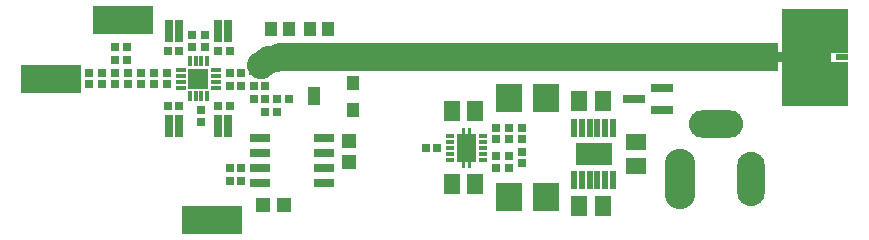
<source format=gbr>
%TF.GenerationSoftware,Altium Limited,Altium Designer,18.1.11 (251)*%
G04 Layer_Color=8388736*
%FSLAX26Y26*%
%MOIN*%
%TF.FileFunction,Soldermask,Top*%
%TF.Part,Single*%
G01*
G75*
%TA.AperFunction,Conductor*%
%ADD10C,0.013500*%
%TA.AperFunction,ComponentPad*%
%ADD48O,0.181165X0.092583*%
%ADD49O,0.092583X0.181165*%
%ADD50O,0.102425X0.200850*%
%TA.AperFunction,NonConductor*%
%ADD53R,0.070866X0.092535*%
%ADD54R,0.018967X0.033465*%
%TA.AperFunction,Conductor*%
%ADD55C,0.092240*%
%ADD56C,0.017500*%
%TA.AperFunction,SMDPad,CuDef*%
%ADD57R,0.091008X0.096520*%
%ADD58R,0.057150X0.065024*%
%ADD59R,0.031559X0.029000*%
%TA.AperFunction,ConnectorPad*%
%ADD60R,0.204000X0.094000*%
%TA.AperFunction,SMDPad,CuDef*%
%ADD61R,0.204000X0.094000*%
%ADD62R,0.039433X0.059118*%
%ADD63R,0.039433X0.047307*%
%TA.AperFunction,ConnectorPad*%
%ADD64R,0.222000X0.146000*%
%ADD65R,0.044000X0.020000*%
%TA.AperFunction,SMDPad,CuDef*%
%ADD66R,0.065024X0.057150*%
%ADD67R,0.039748X0.046480*%
%ADD68R,0.029000X0.031559*%
%ADD69R,0.074866X0.025654*%
%ADD70R,0.027622X0.013842*%
%ADD71R,0.021000X0.059000*%
%ADD72R,0.120000X0.073000*%
%ADD73R,0.026047X0.075260*%
%ADD74R,0.047307X0.047307*%
%ADD75R,0.047307X0.047307*%
%ADD76R,0.034000X0.014000*%
%ADD77R,0.014000X0.034000*%
%ADD78R,0.070142X0.070142*%
G04:AMPARAMS|DCode=79|XSize=65.024mil|YSize=27.622mil|CornerRadius=2.945mil|HoleSize=0mil|Usage=FLASHONLY|Rotation=0.000|XOffset=0mil|YOffset=0mil|HoleType=Round|Shape=RoundedRectangle|*
%AMROUNDEDRECTD79*
21,1,0.065024,0.021732,0,0,0.0*
21,1,0.059134,0.027622,0,0,0.0*
1,1,0.005890,0.029567,-0.010866*
1,1,0.005890,-0.029567,-0.010866*
1,1,0.005890,-0.029567,0.010866*
1,1,0.005890,0.029567,0.010866*
%
%ADD79ROUNDEDRECTD79*%
%TA.AperFunction,Conductor*%
%ADD80C,0.033500*%
G36*
X1471457Y234252D02*
X1469488Y236220D01*
X1469488Y253937D01*
X1453740D01*
X1451771Y255905D01*
X1451772Y346457D01*
X1453740Y348425D01*
X1469488Y348425D01*
Y366142D01*
X1471457Y368110D01*
D01*
X1477362Y368110D01*
X1477362Y368110D01*
X1479331Y366142D01*
Y348425D01*
X1489173D01*
X1489173Y366142D01*
X1491142Y368110D01*
D01*
X1497047Y368110D01*
X1497047Y368110D01*
X1499016Y366142D01*
X1499015Y348425D01*
X1514764Y348425D01*
X1516732Y346457D01*
Y255905D01*
X1514764Y253937D01*
X1499016D01*
X1499015Y236221D01*
X1497047Y234252D01*
X1491142Y234252D01*
X1489173Y236221D01*
X1489173Y253937D01*
X1479331D01*
Y236221D01*
X1477362Y234252D01*
X1471457Y234252D01*
D02*
G37*
D10*
X764693Y549213D02*
G03*
X776566Y554125I0J16803D01*
G01*
X776575Y554134D02*
X798587Y576146D01*
X776566Y554125D02*
X776575Y554134D01*
D48*
X2314961Y381890D02*
D03*
D49*
X2433071Y196851D02*
D03*
D50*
X2196850D02*
D03*
D53*
X2488189Y602354D02*
D03*
D54*
X2690320Y602362D02*
D03*
D55*
X861878D02*
G03*
X798587Y576146I0J-89506D01*
G01*
X861878Y602362D02*
X2476378D01*
D56*
X776566Y554125D02*
G03*
X776575Y554134I-11873J11890D01*
G01*
D57*
X1625394Y135827D02*
D03*
X1748622D02*
D03*
Y466535D02*
D03*
X1625394D02*
D03*
D58*
X1435039Y179134D02*
D03*
X1513780D02*
D03*
Y423228D02*
D03*
X1435039D02*
D03*
X1860236Y456693D02*
D03*
X1938976D02*
D03*
X1860236Y106299D02*
D03*
X1938976D02*
D03*
D59*
X267716Y550493D02*
D03*
Y512500D02*
D03*
X354331Y550493D02*
D03*
Y512500D02*
D03*
X311024D02*
D03*
Y550493D02*
D03*
X1582677Y234941D02*
D03*
X1582677Y272933D02*
D03*
X1625984D02*
D03*
Y234941D02*
D03*
X1582677Y367421D02*
D03*
X1582677Y329429D02*
D03*
X1625984Y367421D02*
D03*
Y329429D02*
D03*
X1669291Y329429D02*
D03*
X1669291Y367421D02*
D03*
Y250689D02*
D03*
X1669291Y288681D02*
D03*
X224409Y512500D02*
D03*
Y550492D02*
D03*
X484252Y550493D02*
D03*
Y512500D02*
D03*
X440945D02*
D03*
Y550493D02*
D03*
X397638Y512500D02*
D03*
Y550493D02*
D03*
X568898Y638484D02*
D03*
Y676476D02*
D03*
X612205Y638484D02*
D03*
Y676476D02*
D03*
X600394Y426181D02*
D03*
Y388189D02*
D03*
D60*
X100000Y531496D02*
D03*
D61*
X338189Y727401D02*
D03*
X634449Y60000D02*
D03*
D62*
X976378Y472441D02*
D03*
D63*
X1106299Y427165D02*
D03*
Y517717D02*
D03*
D64*
X2646905Y690112D02*
D03*
Y514568D02*
D03*
D65*
X2735905Y602362D02*
D03*
D66*
X2050197Y320866D02*
D03*
Y242126D02*
D03*
D67*
X893307Y697835D02*
D03*
X831102Y697835D02*
D03*
X1023228D02*
D03*
X961024Y697835D02*
D03*
D68*
X774311Y505906D02*
D03*
X812303D02*
D03*
X488878Y624016D02*
D03*
X526870D02*
D03*
X656201Y438976D02*
D03*
X694193D02*
D03*
X694193Y624016D02*
D03*
X656201D02*
D03*
X526870Y438976D02*
D03*
X488878D02*
D03*
X1348819Y301181D02*
D03*
X1386811Y301181D02*
D03*
X351673Y635827D02*
D03*
X313681D02*
D03*
Y592520D02*
D03*
X351673D02*
D03*
X695571Y188976D02*
D03*
X733563D02*
D03*
X891043Y462599D02*
D03*
X853051D02*
D03*
X812303D02*
D03*
X774311D02*
D03*
X733563Y505906D02*
D03*
X695571D02*
D03*
Y549213D02*
D03*
X733563D02*
D03*
X695571Y232284D02*
D03*
X733563D02*
D03*
X851673Y419291D02*
D03*
X813681D02*
D03*
D69*
X2041339Y464567D02*
D03*
X2135827Y501969D02*
D03*
X2135827Y427165D02*
D03*
D70*
X1539370Y340551D02*
D03*
Y320866D02*
D03*
Y301181D02*
D03*
X1539370Y281496D02*
D03*
X1539370Y261811D02*
D03*
X1429134D02*
D03*
Y281496D02*
D03*
X1429134Y301181D02*
D03*
X1429134Y320866D02*
D03*
Y340551D02*
D03*
D71*
X1843480Y195496D02*
D03*
X1869080D02*
D03*
X1894680D02*
D03*
X1920280D02*
D03*
X1945880D02*
D03*
X1971480D02*
D03*
Y367496D02*
D03*
X1945880D02*
D03*
X1920280D02*
D03*
X1894680D02*
D03*
X1869080D02*
D03*
X1843480D02*
D03*
D72*
X1907480Y281496D02*
D03*
D73*
X656299Y688976D02*
D03*
X690158D02*
D03*
X526772Y688977D02*
D03*
X492913D02*
D03*
Y374016D02*
D03*
X526772D02*
D03*
X690158D02*
D03*
X656299D02*
D03*
D74*
X1091535Y252953D02*
D03*
Y323819D02*
D03*
D75*
X805118Y109252D02*
D03*
X875984D02*
D03*
D76*
X532551Y561024D02*
D03*
Y541334D02*
D03*
Y521644D02*
D03*
Y501954D02*
D03*
X648551D02*
D03*
Y521644D02*
D03*
Y541334D02*
D03*
Y561024D02*
D03*
D77*
X561016Y473489D02*
D03*
X580706D02*
D03*
X600396D02*
D03*
X620086D02*
D03*
Y589489D02*
D03*
X600396D02*
D03*
X580706D02*
D03*
X561016D02*
D03*
D78*
X590551Y531489D02*
D03*
D79*
X796260Y333858D02*
D03*
Y283858D02*
D03*
Y233858D02*
D03*
Y183858D02*
D03*
X1008858D02*
D03*
Y233858D02*
D03*
Y283858D02*
D03*
Y333858D02*
D03*
D80*
X2476378Y602362D02*
X2680118D01*
%TF.MD5,0bd9aeedf50c47c4f0196222dccc7700*%
M02*

</source>
